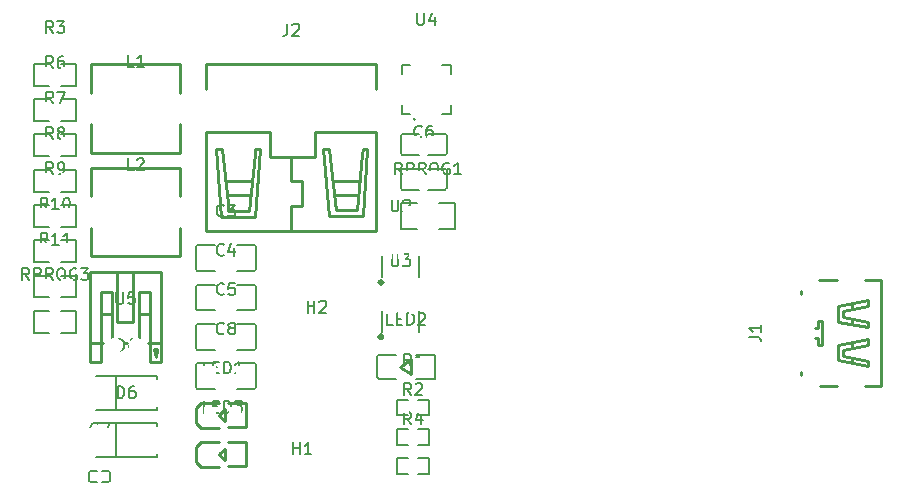
<source format=gbr>
%TF.GenerationSoftware,KiCad,Pcbnew,9.0.7*%
%TF.CreationDate,2026-01-22T13:23:29-08:00*%
%TF.ProjectId,charging-circuit,63686172-6769-46e6-972d-636972637569,rev?*%
%TF.SameCoordinates,Original*%
%TF.FileFunction,Legend,Top*%
%TF.FilePolarity,Positive*%
%FSLAX46Y46*%
G04 Gerber Fmt 4.6, Leading zero omitted, Abs format (unit mm)*
G04 Created by KiCad (PCBNEW 9.0.7) date 2026-01-22 13:23:29*
%MOMM*%
%LPD*%
G01*
G04 APERTURE LIST*
%ADD10C,0.150000*%
%ADD11C,0.250000*%
%ADD12C,0.300000*%
%ADD13R,0.810000X0.860000*%
%ADD14R,2.000000X2.000000*%
%ADD15R,1.130000X1.380000*%
%ADD16R,1.000000X1.400000*%
%ADD17R,0.530000X1.070000*%
%ADD18R,1.600000X2.200000*%
%ADD19R,1.200000X0.700000*%
%ADD20R,1.200000X0.800000*%
%ADD21O,1.900000X1.100000*%
%ADD22R,1.490000X1.730000*%
%ADD23R,1.410000X1.350000*%
%ADD24R,1.800000X1.800000*%
%ADD25C,1.800000*%
%ADD26R,1.490000X1.620000*%
%ADD27R,1.210000X1.700000*%
%ADD28C,1.520000*%
%ADD29C,3.200000*%
%ADD30C,1.400000*%
%ADD31R,0.500000X0.540000*%
%ADD32R,0.280000X0.660000*%
%ADD33R,0.660000X0.280000*%
%ADD34R,2.700000X2.700000*%
G04 APERTURE END LIST*
D10*
X103223333Y-99324819D02*
X102890000Y-98848628D01*
X102651905Y-99324819D02*
X102651905Y-98324819D01*
X102651905Y-98324819D02*
X103032857Y-98324819D01*
X103032857Y-98324819D02*
X103128095Y-98372438D01*
X103128095Y-98372438D02*
X103175714Y-98420057D01*
X103175714Y-98420057D02*
X103223333Y-98515295D01*
X103223333Y-98515295D02*
X103223333Y-98658152D01*
X103223333Y-98658152D02*
X103175714Y-98753390D01*
X103175714Y-98753390D02*
X103128095Y-98801009D01*
X103128095Y-98801009D02*
X103032857Y-98848628D01*
X103032857Y-98848628D02*
X102651905Y-98848628D01*
X104080476Y-98658152D02*
X104080476Y-99324819D01*
X103842381Y-98277200D02*
X103604286Y-98991485D01*
X103604286Y-98991485D02*
X104223333Y-98991485D01*
X78376905Y-97124819D02*
X78376905Y-96124819D01*
X78376905Y-96124819D02*
X78615000Y-96124819D01*
X78615000Y-96124819D02*
X78757857Y-96172438D01*
X78757857Y-96172438D02*
X78853095Y-96267676D01*
X78853095Y-96267676D02*
X78900714Y-96362914D01*
X78900714Y-96362914D02*
X78948333Y-96553390D01*
X78948333Y-96553390D02*
X78948333Y-96696247D01*
X78948333Y-96696247D02*
X78900714Y-96886723D01*
X78900714Y-96886723D02*
X78853095Y-96981961D01*
X78853095Y-96981961D02*
X78757857Y-97077200D01*
X78757857Y-97077200D02*
X78615000Y-97124819D01*
X78615000Y-97124819D02*
X78376905Y-97124819D01*
X79805476Y-96124819D02*
X79615000Y-96124819D01*
X79615000Y-96124819D02*
X79519762Y-96172438D01*
X79519762Y-96172438D02*
X79472143Y-96220057D01*
X79472143Y-96220057D02*
X79376905Y-96362914D01*
X79376905Y-96362914D02*
X79329286Y-96553390D01*
X79329286Y-96553390D02*
X79329286Y-96934342D01*
X79329286Y-96934342D02*
X79376905Y-97029580D01*
X79376905Y-97029580D02*
X79424524Y-97077200D01*
X79424524Y-97077200D02*
X79519762Y-97124819D01*
X79519762Y-97124819D02*
X79710238Y-97124819D01*
X79710238Y-97124819D02*
X79805476Y-97077200D01*
X79805476Y-97077200D02*
X79853095Y-97029580D01*
X79853095Y-97029580D02*
X79900714Y-96934342D01*
X79900714Y-96934342D02*
X79900714Y-96696247D01*
X79900714Y-96696247D02*
X79853095Y-96601009D01*
X79853095Y-96601009D02*
X79805476Y-96553390D01*
X79805476Y-96553390D02*
X79710238Y-96505771D01*
X79710238Y-96505771D02*
X79519762Y-96505771D01*
X79519762Y-96505771D02*
X79424524Y-96553390D01*
X79424524Y-96553390D02*
X79376905Y-96601009D01*
X79376905Y-96601009D02*
X79329286Y-96696247D01*
X72437142Y-84134819D02*
X72103809Y-83658628D01*
X71865714Y-84134819D02*
X71865714Y-83134819D01*
X71865714Y-83134819D02*
X72246666Y-83134819D01*
X72246666Y-83134819D02*
X72341904Y-83182438D01*
X72341904Y-83182438D02*
X72389523Y-83230057D01*
X72389523Y-83230057D02*
X72437142Y-83325295D01*
X72437142Y-83325295D02*
X72437142Y-83468152D01*
X72437142Y-83468152D02*
X72389523Y-83563390D01*
X72389523Y-83563390D02*
X72341904Y-83611009D01*
X72341904Y-83611009D02*
X72246666Y-83658628D01*
X72246666Y-83658628D02*
X71865714Y-83658628D01*
X73389523Y-84134819D02*
X72818095Y-84134819D01*
X73103809Y-84134819D02*
X73103809Y-83134819D01*
X73103809Y-83134819D02*
X73008571Y-83277676D01*
X73008571Y-83277676D02*
X72913333Y-83372914D01*
X72913333Y-83372914D02*
X72818095Y-83420533D01*
X74341904Y-84134819D02*
X73770476Y-84134819D01*
X74056190Y-84134819D02*
X74056190Y-83134819D01*
X74056190Y-83134819D02*
X73960952Y-83277676D01*
X73960952Y-83277676D02*
X73865714Y-83372914D01*
X73865714Y-83372914D02*
X73770476Y-83420533D01*
X72913333Y-69184819D02*
X72580000Y-68708628D01*
X72341905Y-69184819D02*
X72341905Y-68184819D01*
X72341905Y-68184819D02*
X72722857Y-68184819D01*
X72722857Y-68184819D02*
X72818095Y-68232438D01*
X72818095Y-68232438D02*
X72865714Y-68280057D01*
X72865714Y-68280057D02*
X72913333Y-68375295D01*
X72913333Y-68375295D02*
X72913333Y-68518152D01*
X72913333Y-68518152D02*
X72865714Y-68613390D01*
X72865714Y-68613390D02*
X72818095Y-68661009D01*
X72818095Y-68661009D02*
X72722857Y-68708628D01*
X72722857Y-68708628D02*
X72341905Y-68708628D01*
X73770476Y-68184819D02*
X73580000Y-68184819D01*
X73580000Y-68184819D02*
X73484762Y-68232438D01*
X73484762Y-68232438D02*
X73437143Y-68280057D01*
X73437143Y-68280057D02*
X73341905Y-68422914D01*
X73341905Y-68422914D02*
X73294286Y-68613390D01*
X73294286Y-68613390D02*
X73294286Y-68994342D01*
X73294286Y-68994342D02*
X73341905Y-69089580D01*
X73341905Y-69089580D02*
X73389524Y-69137200D01*
X73389524Y-69137200D02*
X73484762Y-69184819D01*
X73484762Y-69184819D02*
X73675238Y-69184819D01*
X73675238Y-69184819D02*
X73770476Y-69137200D01*
X73770476Y-69137200D02*
X73818095Y-69089580D01*
X73818095Y-69089580D02*
X73865714Y-68994342D01*
X73865714Y-68994342D02*
X73865714Y-68756247D01*
X73865714Y-68756247D02*
X73818095Y-68661009D01*
X73818095Y-68661009D02*
X73770476Y-68613390D01*
X73770476Y-68613390D02*
X73675238Y-68565771D01*
X73675238Y-68565771D02*
X73484762Y-68565771D01*
X73484762Y-68565771D02*
X73389524Y-68613390D01*
X73389524Y-68613390D02*
X73341905Y-68661009D01*
X73341905Y-68661009D02*
X73294286Y-68756247D01*
X86140952Y-98344819D02*
X85664762Y-98344819D01*
X85664762Y-98344819D02*
X85664762Y-97344819D01*
X86474286Y-97821009D02*
X86807619Y-97821009D01*
X86950476Y-98344819D02*
X86474286Y-98344819D01*
X86474286Y-98344819D02*
X86474286Y-97344819D01*
X86474286Y-97344819D02*
X86950476Y-97344819D01*
X87379048Y-98344819D02*
X87379048Y-97344819D01*
X87379048Y-97344819D02*
X87617143Y-97344819D01*
X87617143Y-97344819D02*
X87760000Y-97392438D01*
X87760000Y-97392438D02*
X87855238Y-97487676D01*
X87855238Y-97487676D02*
X87902857Y-97582914D01*
X87902857Y-97582914D02*
X87950476Y-97773390D01*
X87950476Y-97773390D02*
X87950476Y-97916247D01*
X87950476Y-97916247D02*
X87902857Y-98106723D01*
X87902857Y-98106723D02*
X87855238Y-98201961D01*
X87855238Y-98201961D02*
X87760000Y-98297200D01*
X87760000Y-98297200D02*
X87617143Y-98344819D01*
X87617143Y-98344819D02*
X87379048Y-98344819D01*
X88283810Y-97344819D02*
X88902857Y-97344819D01*
X88902857Y-97344819D02*
X88569524Y-97725771D01*
X88569524Y-97725771D02*
X88712381Y-97725771D01*
X88712381Y-97725771D02*
X88807619Y-97773390D01*
X88807619Y-97773390D02*
X88855238Y-97821009D01*
X88855238Y-97821009D02*
X88902857Y-97916247D01*
X88902857Y-97916247D02*
X88902857Y-98154342D01*
X88902857Y-98154342D02*
X88855238Y-98249580D01*
X88855238Y-98249580D02*
X88807619Y-98297200D01*
X88807619Y-98297200D02*
X88712381Y-98344819D01*
X88712381Y-98344819D02*
X88426667Y-98344819D01*
X88426667Y-98344819D02*
X88331429Y-98297200D01*
X88331429Y-98297200D02*
X88283810Y-98249580D01*
X101578095Y-84944819D02*
X101578095Y-85754342D01*
X101578095Y-85754342D02*
X101625714Y-85849580D01*
X101625714Y-85849580D02*
X101673333Y-85897200D01*
X101673333Y-85897200D02*
X101768571Y-85944819D01*
X101768571Y-85944819D02*
X101959047Y-85944819D01*
X101959047Y-85944819D02*
X102054285Y-85897200D01*
X102054285Y-85897200D02*
X102101904Y-85849580D01*
X102101904Y-85849580D02*
X102149523Y-85754342D01*
X102149523Y-85754342D02*
X102149523Y-84944819D01*
X102530476Y-84944819D02*
X103149523Y-84944819D01*
X103149523Y-84944819D02*
X102816190Y-85325771D01*
X102816190Y-85325771D02*
X102959047Y-85325771D01*
X102959047Y-85325771D02*
X103054285Y-85373390D01*
X103054285Y-85373390D02*
X103101904Y-85421009D01*
X103101904Y-85421009D02*
X103149523Y-85516247D01*
X103149523Y-85516247D02*
X103149523Y-85754342D01*
X103149523Y-85754342D02*
X103101904Y-85849580D01*
X103101904Y-85849580D02*
X103054285Y-85897200D01*
X103054285Y-85897200D02*
X102959047Y-85944819D01*
X102959047Y-85944819D02*
X102673333Y-85944819D01*
X102673333Y-85944819D02*
X102578095Y-85897200D01*
X102578095Y-85897200D02*
X102530476Y-85849580D01*
X78376905Y-93114819D02*
X78376905Y-92114819D01*
X78376905Y-92114819D02*
X78615000Y-92114819D01*
X78615000Y-92114819D02*
X78757857Y-92162438D01*
X78757857Y-92162438D02*
X78853095Y-92257676D01*
X78853095Y-92257676D02*
X78900714Y-92352914D01*
X78900714Y-92352914D02*
X78948333Y-92543390D01*
X78948333Y-92543390D02*
X78948333Y-92686247D01*
X78948333Y-92686247D02*
X78900714Y-92876723D01*
X78900714Y-92876723D02*
X78853095Y-92971961D01*
X78853095Y-92971961D02*
X78757857Y-93067200D01*
X78757857Y-93067200D02*
X78615000Y-93114819D01*
X78615000Y-93114819D02*
X78376905Y-93114819D01*
X79805476Y-92448152D02*
X79805476Y-93114819D01*
X79567381Y-92067200D02*
X79329286Y-92781485D01*
X79329286Y-92781485D02*
X79948333Y-92781485D01*
X79748333Y-77824819D02*
X79272143Y-77824819D01*
X79272143Y-77824819D02*
X79272143Y-76824819D01*
X80034048Y-76920057D02*
X80081667Y-76872438D01*
X80081667Y-76872438D02*
X80176905Y-76824819D01*
X80176905Y-76824819D02*
X80415000Y-76824819D01*
X80415000Y-76824819D02*
X80510238Y-76872438D01*
X80510238Y-76872438D02*
X80557857Y-76920057D01*
X80557857Y-76920057D02*
X80605476Y-77015295D01*
X80605476Y-77015295D02*
X80605476Y-77110533D01*
X80605476Y-77110533D02*
X80557857Y-77253390D01*
X80557857Y-77253390D02*
X79986429Y-77824819D01*
X79986429Y-77824819D02*
X80605476Y-77824819D01*
X72913333Y-66194819D02*
X72580000Y-65718628D01*
X72341905Y-66194819D02*
X72341905Y-65194819D01*
X72341905Y-65194819D02*
X72722857Y-65194819D01*
X72722857Y-65194819D02*
X72818095Y-65242438D01*
X72818095Y-65242438D02*
X72865714Y-65290057D01*
X72865714Y-65290057D02*
X72913333Y-65385295D01*
X72913333Y-65385295D02*
X72913333Y-65528152D01*
X72913333Y-65528152D02*
X72865714Y-65623390D01*
X72865714Y-65623390D02*
X72818095Y-65671009D01*
X72818095Y-65671009D02*
X72722857Y-65718628D01*
X72722857Y-65718628D02*
X72341905Y-65718628D01*
X73246667Y-65194819D02*
X73865714Y-65194819D01*
X73865714Y-65194819D02*
X73532381Y-65575771D01*
X73532381Y-65575771D02*
X73675238Y-65575771D01*
X73675238Y-65575771D02*
X73770476Y-65623390D01*
X73770476Y-65623390D02*
X73818095Y-65671009D01*
X73818095Y-65671009D02*
X73865714Y-65766247D01*
X73865714Y-65766247D02*
X73865714Y-66004342D01*
X73865714Y-66004342D02*
X73818095Y-66099580D01*
X73818095Y-66099580D02*
X73770476Y-66147200D01*
X73770476Y-66147200D02*
X73675238Y-66194819D01*
X73675238Y-66194819D02*
X73389524Y-66194819D01*
X73389524Y-66194819D02*
X73294286Y-66147200D01*
X73294286Y-66147200D02*
X73246667Y-66099580D01*
X86140952Y-95034819D02*
X85664762Y-95034819D01*
X85664762Y-95034819D02*
X85664762Y-94034819D01*
X86474286Y-94511009D02*
X86807619Y-94511009D01*
X86950476Y-95034819D02*
X86474286Y-95034819D01*
X86474286Y-95034819D02*
X86474286Y-94034819D01*
X86474286Y-94034819D02*
X86950476Y-94034819D01*
X87379048Y-95034819D02*
X87379048Y-94034819D01*
X87379048Y-94034819D02*
X87617143Y-94034819D01*
X87617143Y-94034819D02*
X87760000Y-94082438D01*
X87760000Y-94082438D02*
X87855238Y-94177676D01*
X87855238Y-94177676D02*
X87902857Y-94272914D01*
X87902857Y-94272914D02*
X87950476Y-94463390D01*
X87950476Y-94463390D02*
X87950476Y-94606247D01*
X87950476Y-94606247D02*
X87902857Y-94796723D01*
X87902857Y-94796723D02*
X87855238Y-94891961D01*
X87855238Y-94891961D02*
X87760000Y-94987200D01*
X87760000Y-94987200D02*
X87617143Y-95034819D01*
X87617143Y-95034819D02*
X87379048Y-95034819D01*
X88902857Y-95034819D02*
X88331429Y-95034819D01*
X88617143Y-95034819D02*
X88617143Y-94034819D01*
X88617143Y-94034819D02*
X88521905Y-94177676D01*
X88521905Y-94177676D02*
X88426667Y-94272914D01*
X88426667Y-94272914D02*
X88331429Y-94320533D01*
X131854819Y-91933333D02*
X132569104Y-91933333D01*
X132569104Y-91933333D02*
X132711961Y-91980952D01*
X132711961Y-91980952D02*
X132807200Y-92076190D01*
X132807200Y-92076190D02*
X132854819Y-92219047D01*
X132854819Y-92219047D02*
X132854819Y-92314285D01*
X132854819Y-90933333D02*
X132854819Y-91504761D01*
X132854819Y-91219047D02*
X131854819Y-91219047D01*
X131854819Y-91219047D02*
X131997676Y-91314285D01*
X131997676Y-91314285D02*
X132092914Y-91409523D01*
X132092914Y-91409523D02*
X132140533Y-91504761D01*
X103223333Y-94384819D02*
X102890000Y-93908628D01*
X102651905Y-94384819D02*
X102651905Y-93384819D01*
X102651905Y-93384819D02*
X103032857Y-93384819D01*
X103032857Y-93384819D02*
X103128095Y-93432438D01*
X103128095Y-93432438D02*
X103175714Y-93480057D01*
X103175714Y-93480057D02*
X103223333Y-93575295D01*
X103223333Y-93575295D02*
X103223333Y-93718152D01*
X103223333Y-93718152D02*
X103175714Y-93813390D01*
X103175714Y-93813390D02*
X103128095Y-93861009D01*
X103128095Y-93861009D02*
X103032857Y-93908628D01*
X103032857Y-93908628D02*
X102651905Y-93908628D01*
X104175714Y-94384819D02*
X103604286Y-94384819D01*
X103890000Y-94384819D02*
X103890000Y-93384819D01*
X103890000Y-93384819D02*
X103794762Y-93527676D01*
X103794762Y-93527676D02*
X103699524Y-93622914D01*
X103699524Y-93622914D02*
X103604286Y-93670533D01*
X87383333Y-84969580D02*
X87335714Y-85017200D01*
X87335714Y-85017200D02*
X87192857Y-85064819D01*
X87192857Y-85064819D02*
X87097619Y-85064819D01*
X87097619Y-85064819D02*
X86954762Y-85017200D01*
X86954762Y-85017200D02*
X86859524Y-84921961D01*
X86859524Y-84921961D02*
X86811905Y-84826723D01*
X86811905Y-84826723D02*
X86764286Y-84636247D01*
X86764286Y-84636247D02*
X86764286Y-84493390D01*
X86764286Y-84493390D02*
X86811905Y-84302914D01*
X86811905Y-84302914D02*
X86859524Y-84207676D01*
X86859524Y-84207676D02*
X86954762Y-84112438D01*
X86954762Y-84112438D02*
X87097619Y-84064819D01*
X87097619Y-84064819D02*
X87192857Y-84064819D01*
X87192857Y-84064819D02*
X87335714Y-84112438D01*
X87335714Y-84112438D02*
X87383333Y-84160057D01*
X88240476Y-84398152D02*
X88240476Y-85064819D01*
X88002381Y-84017200D02*
X87764286Y-84731485D01*
X87764286Y-84731485D02*
X88383333Y-84731485D01*
X104123333Y-74949580D02*
X104075714Y-74997200D01*
X104075714Y-74997200D02*
X103932857Y-75044819D01*
X103932857Y-75044819D02*
X103837619Y-75044819D01*
X103837619Y-75044819D02*
X103694762Y-74997200D01*
X103694762Y-74997200D02*
X103599524Y-74901961D01*
X103599524Y-74901961D02*
X103551905Y-74806723D01*
X103551905Y-74806723D02*
X103504286Y-74616247D01*
X103504286Y-74616247D02*
X103504286Y-74473390D01*
X103504286Y-74473390D02*
X103551905Y-74282914D01*
X103551905Y-74282914D02*
X103599524Y-74187676D01*
X103599524Y-74187676D02*
X103694762Y-74092438D01*
X103694762Y-74092438D02*
X103837619Y-74044819D01*
X103837619Y-74044819D02*
X103932857Y-74044819D01*
X103932857Y-74044819D02*
X104075714Y-74092438D01*
X104075714Y-74092438D02*
X104123333Y-74140057D01*
X104980476Y-74044819D02*
X104790000Y-74044819D01*
X104790000Y-74044819D02*
X104694762Y-74092438D01*
X104694762Y-74092438D02*
X104647143Y-74140057D01*
X104647143Y-74140057D02*
X104551905Y-74282914D01*
X104551905Y-74282914D02*
X104504286Y-74473390D01*
X104504286Y-74473390D02*
X104504286Y-74854342D01*
X104504286Y-74854342D02*
X104551905Y-74949580D01*
X104551905Y-74949580D02*
X104599524Y-74997200D01*
X104599524Y-74997200D02*
X104694762Y-75044819D01*
X104694762Y-75044819D02*
X104885238Y-75044819D01*
X104885238Y-75044819D02*
X104980476Y-74997200D01*
X104980476Y-74997200D02*
X105028095Y-74949580D01*
X105028095Y-74949580D02*
X105075714Y-74854342D01*
X105075714Y-74854342D02*
X105075714Y-74616247D01*
X105075714Y-74616247D02*
X105028095Y-74521009D01*
X105028095Y-74521009D02*
X104980476Y-74473390D01*
X104980476Y-74473390D02*
X104885238Y-74425771D01*
X104885238Y-74425771D02*
X104694762Y-74425771D01*
X104694762Y-74425771D02*
X104599524Y-74473390D01*
X104599524Y-74473390D02*
X104551905Y-74521009D01*
X104551905Y-74521009D02*
X104504286Y-74616247D01*
X72913333Y-72174819D02*
X72580000Y-71698628D01*
X72341905Y-72174819D02*
X72341905Y-71174819D01*
X72341905Y-71174819D02*
X72722857Y-71174819D01*
X72722857Y-71174819D02*
X72818095Y-71222438D01*
X72818095Y-71222438D02*
X72865714Y-71270057D01*
X72865714Y-71270057D02*
X72913333Y-71365295D01*
X72913333Y-71365295D02*
X72913333Y-71508152D01*
X72913333Y-71508152D02*
X72865714Y-71603390D01*
X72865714Y-71603390D02*
X72818095Y-71651009D01*
X72818095Y-71651009D02*
X72722857Y-71698628D01*
X72722857Y-71698628D02*
X72341905Y-71698628D01*
X73246667Y-71174819D02*
X73913333Y-71174819D01*
X73913333Y-71174819D02*
X73484762Y-72174819D01*
X72437142Y-81144819D02*
X72103809Y-80668628D01*
X71865714Y-81144819D02*
X71865714Y-80144819D01*
X71865714Y-80144819D02*
X72246666Y-80144819D01*
X72246666Y-80144819D02*
X72341904Y-80192438D01*
X72341904Y-80192438D02*
X72389523Y-80240057D01*
X72389523Y-80240057D02*
X72437142Y-80335295D01*
X72437142Y-80335295D02*
X72437142Y-80478152D01*
X72437142Y-80478152D02*
X72389523Y-80573390D01*
X72389523Y-80573390D02*
X72341904Y-80621009D01*
X72341904Y-80621009D02*
X72246666Y-80668628D01*
X72246666Y-80668628D02*
X71865714Y-80668628D01*
X73389523Y-81144819D02*
X72818095Y-81144819D01*
X73103809Y-81144819D02*
X73103809Y-80144819D01*
X73103809Y-80144819D02*
X73008571Y-80287676D01*
X73008571Y-80287676D02*
X72913333Y-80382914D01*
X72913333Y-80382914D02*
X72818095Y-80430533D01*
X74008571Y-80144819D02*
X74103809Y-80144819D01*
X74103809Y-80144819D02*
X74199047Y-80192438D01*
X74199047Y-80192438D02*
X74246666Y-80240057D01*
X74246666Y-80240057D02*
X74294285Y-80335295D01*
X74294285Y-80335295D02*
X74341904Y-80525771D01*
X74341904Y-80525771D02*
X74341904Y-80763866D01*
X74341904Y-80763866D02*
X74294285Y-80954342D01*
X74294285Y-80954342D02*
X74246666Y-81049580D01*
X74246666Y-81049580D02*
X74199047Y-81097200D01*
X74199047Y-81097200D02*
X74103809Y-81144819D01*
X74103809Y-81144819D02*
X74008571Y-81144819D01*
X74008571Y-81144819D02*
X73913333Y-81097200D01*
X73913333Y-81097200D02*
X73865714Y-81049580D01*
X73865714Y-81049580D02*
X73818095Y-80954342D01*
X73818095Y-80954342D02*
X73770476Y-80763866D01*
X73770476Y-80763866D02*
X73770476Y-80525771D01*
X73770476Y-80525771D02*
X73818095Y-80335295D01*
X73818095Y-80335295D02*
X73865714Y-80240057D01*
X73865714Y-80240057D02*
X73913333Y-80192438D01*
X73913333Y-80192438D02*
X74008571Y-80144819D01*
X94463095Y-89879819D02*
X94463095Y-88879819D01*
X94463095Y-89356009D02*
X95034523Y-89356009D01*
X95034523Y-89879819D02*
X95034523Y-88879819D01*
X95463095Y-88975057D02*
X95510714Y-88927438D01*
X95510714Y-88927438D02*
X95605952Y-88879819D01*
X95605952Y-88879819D02*
X95844047Y-88879819D01*
X95844047Y-88879819D02*
X95939285Y-88927438D01*
X95939285Y-88927438D02*
X95986904Y-88975057D01*
X95986904Y-88975057D02*
X96034523Y-89070295D01*
X96034523Y-89070295D02*
X96034523Y-89165533D01*
X96034523Y-89165533D02*
X95986904Y-89308390D01*
X95986904Y-89308390D02*
X95415476Y-89879819D01*
X95415476Y-89879819D02*
X96034523Y-89879819D01*
X87383333Y-91629580D02*
X87335714Y-91677200D01*
X87335714Y-91677200D02*
X87192857Y-91724819D01*
X87192857Y-91724819D02*
X87097619Y-91724819D01*
X87097619Y-91724819D02*
X86954762Y-91677200D01*
X86954762Y-91677200D02*
X86859524Y-91581961D01*
X86859524Y-91581961D02*
X86811905Y-91486723D01*
X86811905Y-91486723D02*
X86764286Y-91296247D01*
X86764286Y-91296247D02*
X86764286Y-91153390D01*
X86764286Y-91153390D02*
X86811905Y-90962914D01*
X86811905Y-90962914D02*
X86859524Y-90867676D01*
X86859524Y-90867676D02*
X86954762Y-90772438D01*
X86954762Y-90772438D02*
X87097619Y-90724819D01*
X87097619Y-90724819D02*
X87192857Y-90724819D01*
X87192857Y-90724819D02*
X87335714Y-90772438D01*
X87335714Y-90772438D02*
X87383333Y-90820057D01*
X87954762Y-91153390D02*
X87859524Y-91105771D01*
X87859524Y-91105771D02*
X87811905Y-91058152D01*
X87811905Y-91058152D02*
X87764286Y-90962914D01*
X87764286Y-90962914D02*
X87764286Y-90915295D01*
X87764286Y-90915295D02*
X87811905Y-90820057D01*
X87811905Y-90820057D02*
X87859524Y-90772438D01*
X87859524Y-90772438D02*
X87954762Y-90724819D01*
X87954762Y-90724819D02*
X88145238Y-90724819D01*
X88145238Y-90724819D02*
X88240476Y-90772438D01*
X88240476Y-90772438D02*
X88288095Y-90820057D01*
X88288095Y-90820057D02*
X88335714Y-90915295D01*
X88335714Y-90915295D02*
X88335714Y-90962914D01*
X88335714Y-90962914D02*
X88288095Y-91058152D01*
X88288095Y-91058152D02*
X88240476Y-91105771D01*
X88240476Y-91105771D02*
X88145238Y-91153390D01*
X88145238Y-91153390D02*
X87954762Y-91153390D01*
X87954762Y-91153390D02*
X87859524Y-91201009D01*
X87859524Y-91201009D02*
X87811905Y-91248628D01*
X87811905Y-91248628D02*
X87764286Y-91343866D01*
X87764286Y-91343866D02*
X87764286Y-91534342D01*
X87764286Y-91534342D02*
X87811905Y-91629580D01*
X87811905Y-91629580D02*
X87859524Y-91677200D01*
X87859524Y-91677200D02*
X87954762Y-91724819D01*
X87954762Y-91724819D02*
X88145238Y-91724819D01*
X88145238Y-91724819D02*
X88240476Y-91677200D01*
X88240476Y-91677200D02*
X88288095Y-91629580D01*
X88288095Y-91629580D02*
X88335714Y-91534342D01*
X88335714Y-91534342D02*
X88335714Y-91343866D01*
X88335714Y-91343866D02*
X88288095Y-91248628D01*
X88288095Y-91248628D02*
X88240476Y-91201009D01*
X88240476Y-91201009D02*
X88145238Y-91153390D01*
X101680952Y-90934819D02*
X101204762Y-90934819D01*
X101204762Y-90934819D02*
X101204762Y-89934819D01*
X102014286Y-90411009D02*
X102347619Y-90411009D01*
X102490476Y-90934819D02*
X102014286Y-90934819D01*
X102014286Y-90934819D02*
X102014286Y-89934819D01*
X102014286Y-89934819D02*
X102490476Y-89934819D01*
X102919048Y-90934819D02*
X102919048Y-89934819D01*
X102919048Y-89934819D02*
X103157143Y-89934819D01*
X103157143Y-89934819D02*
X103300000Y-89982438D01*
X103300000Y-89982438D02*
X103395238Y-90077676D01*
X103395238Y-90077676D02*
X103442857Y-90172914D01*
X103442857Y-90172914D02*
X103490476Y-90363390D01*
X103490476Y-90363390D02*
X103490476Y-90506247D01*
X103490476Y-90506247D02*
X103442857Y-90696723D01*
X103442857Y-90696723D02*
X103395238Y-90791961D01*
X103395238Y-90791961D02*
X103300000Y-90887200D01*
X103300000Y-90887200D02*
X103157143Y-90934819D01*
X103157143Y-90934819D02*
X102919048Y-90934819D01*
X103871429Y-90030057D02*
X103919048Y-89982438D01*
X103919048Y-89982438D02*
X104014286Y-89934819D01*
X104014286Y-89934819D02*
X104252381Y-89934819D01*
X104252381Y-89934819D02*
X104347619Y-89982438D01*
X104347619Y-89982438D02*
X104395238Y-90030057D01*
X104395238Y-90030057D02*
X104442857Y-90125295D01*
X104442857Y-90125295D02*
X104442857Y-90220533D01*
X104442857Y-90220533D02*
X104395238Y-90363390D01*
X104395238Y-90363390D02*
X103823810Y-90934819D01*
X103823810Y-90934819D02*
X104442857Y-90934819D01*
X79748333Y-69074819D02*
X79272143Y-69074819D01*
X79272143Y-69074819D02*
X79272143Y-68074819D01*
X80605476Y-69074819D02*
X80034048Y-69074819D01*
X80319762Y-69074819D02*
X80319762Y-68074819D01*
X80319762Y-68074819D02*
X80224524Y-68217676D01*
X80224524Y-68217676D02*
X80129286Y-68312914D01*
X80129286Y-68312914D02*
X80034048Y-68360533D01*
X101578095Y-80319819D02*
X101578095Y-81129342D01*
X101578095Y-81129342D02*
X101625714Y-81224580D01*
X101625714Y-81224580D02*
X101673333Y-81272200D01*
X101673333Y-81272200D02*
X101768571Y-81319819D01*
X101768571Y-81319819D02*
X101959047Y-81319819D01*
X101959047Y-81319819D02*
X102054285Y-81272200D01*
X102054285Y-81272200D02*
X102101904Y-81224580D01*
X102101904Y-81224580D02*
X102149523Y-81129342D01*
X102149523Y-81129342D02*
X102149523Y-80319819D01*
X102578095Y-80415057D02*
X102625714Y-80367438D01*
X102625714Y-80367438D02*
X102720952Y-80319819D01*
X102720952Y-80319819D02*
X102959047Y-80319819D01*
X102959047Y-80319819D02*
X103054285Y-80367438D01*
X103054285Y-80367438D02*
X103101904Y-80415057D01*
X103101904Y-80415057D02*
X103149523Y-80510295D01*
X103149523Y-80510295D02*
X103149523Y-80605533D01*
X103149523Y-80605533D02*
X103101904Y-80748390D01*
X103101904Y-80748390D02*
X102530476Y-81319819D01*
X102530476Y-81319819D02*
X103149523Y-81319819D01*
X70889523Y-87124819D02*
X70556190Y-86648628D01*
X70318095Y-87124819D02*
X70318095Y-86124819D01*
X70318095Y-86124819D02*
X70699047Y-86124819D01*
X70699047Y-86124819D02*
X70794285Y-86172438D01*
X70794285Y-86172438D02*
X70841904Y-86220057D01*
X70841904Y-86220057D02*
X70889523Y-86315295D01*
X70889523Y-86315295D02*
X70889523Y-86458152D01*
X70889523Y-86458152D02*
X70841904Y-86553390D01*
X70841904Y-86553390D02*
X70794285Y-86601009D01*
X70794285Y-86601009D02*
X70699047Y-86648628D01*
X70699047Y-86648628D02*
X70318095Y-86648628D01*
X71318095Y-87124819D02*
X71318095Y-86124819D01*
X71318095Y-86124819D02*
X71699047Y-86124819D01*
X71699047Y-86124819D02*
X71794285Y-86172438D01*
X71794285Y-86172438D02*
X71841904Y-86220057D01*
X71841904Y-86220057D02*
X71889523Y-86315295D01*
X71889523Y-86315295D02*
X71889523Y-86458152D01*
X71889523Y-86458152D02*
X71841904Y-86553390D01*
X71841904Y-86553390D02*
X71794285Y-86601009D01*
X71794285Y-86601009D02*
X71699047Y-86648628D01*
X71699047Y-86648628D02*
X71318095Y-86648628D01*
X72889523Y-87124819D02*
X72556190Y-86648628D01*
X72318095Y-87124819D02*
X72318095Y-86124819D01*
X72318095Y-86124819D02*
X72699047Y-86124819D01*
X72699047Y-86124819D02*
X72794285Y-86172438D01*
X72794285Y-86172438D02*
X72841904Y-86220057D01*
X72841904Y-86220057D02*
X72889523Y-86315295D01*
X72889523Y-86315295D02*
X72889523Y-86458152D01*
X72889523Y-86458152D02*
X72841904Y-86553390D01*
X72841904Y-86553390D02*
X72794285Y-86601009D01*
X72794285Y-86601009D02*
X72699047Y-86648628D01*
X72699047Y-86648628D02*
X72318095Y-86648628D01*
X73508571Y-86124819D02*
X73699047Y-86124819D01*
X73699047Y-86124819D02*
X73794285Y-86172438D01*
X73794285Y-86172438D02*
X73889523Y-86267676D01*
X73889523Y-86267676D02*
X73937142Y-86458152D01*
X73937142Y-86458152D02*
X73937142Y-86791485D01*
X73937142Y-86791485D02*
X73889523Y-86981961D01*
X73889523Y-86981961D02*
X73794285Y-87077200D01*
X73794285Y-87077200D02*
X73699047Y-87124819D01*
X73699047Y-87124819D02*
X73508571Y-87124819D01*
X73508571Y-87124819D02*
X73413333Y-87077200D01*
X73413333Y-87077200D02*
X73318095Y-86981961D01*
X73318095Y-86981961D02*
X73270476Y-86791485D01*
X73270476Y-86791485D02*
X73270476Y-86458152D01*
X73270476Y-86458152D02*
X73318095Y-86267676D01*
X73318095Y-86267676D02*
X73413333Y-86172438D01*
X73413333Y-86172438D02*
X73508571Y-86124819D01*
X74889523Y-86172438D02*
X74794285Y-86124819D01*
X74794285Y-86124819D02*
X74651428Y-86124819D01*
X74651428Y-86124819D02*
X74508571Y-86172438D01*
X74508571Y-86172438D02*
X74413333Y-86267676D01*
X74413333Y-86267676D02*
X74365714Y-86362914D01*
X74365714Y-86362914D02*
X74318095Y-86553390D01*
X74318095Y-86553390D02*
X74318095Y-86696247D01*
X74318095Y-86696247D02*
X74365714Y-86886723D01*
X74365714Y-86886723D02*
X74413333Y-86981961D01*
X74413333Y-86981961D02*
X74508571Y-87077200D01*
X74508571Y-87077200D02*
X74651428Y-87124819D01*
X74651428Y-87124819D02*
X74746666Y-87124819D01*
X74746666Y-87124819D02*
X74889523Y-87077200D01*
X74889523Y-87077200D02*
X74937142Y-87029580D01*
X74937142Y-87029580D02*
X74937142Y-86696247D01*
X74937142Y-86696247D02*
X74746666Y-86696247D01*
X75270476Y-86124819D02*
X75889523Y-86124819D01*
X75889523Y-86124819D02*
X75556190Y-86505771D01*
X75556190Y-86505771D02*
X75699047Y-86505771D01*
X75699047Y-86505771D02*
X75794285Y-86553390D01*
X75794285Y-86553390D02*
X75841904Y-86601009D01*
X75841904Y-86601009D02*
X75889523Y-86696247D01*
X75889523Y-86696247D02*
X75889523Y-86934342D01*
X75889523Y-86934342D02*
X75841904Y-87029580D01*
X75841904Y-87029580D02*
X75794285Y-87077200D01*
X75794285Y-87077200D02*
X75699047Y-87124819D01*
X75699047Y-87124819D02*
X75413333Y-87124819D01*
X75413333Y-87124819D02*
X75318095Y-87077200D01*
X75318095Y-87077200D02*
X75270476Y-87029580D01*
X102449523Y-78174819D02*
X102116190Y-77698628D01*
X101878095Y-78174819D02*
X101878095Y-77174819D01*
X101878095Y-77174819D02*
X102259047Y-77174819D01*
X102259047Y-77174819D02*
X102354285Y-77222438D01*
X102354285Y-77222438D02*
X102401904Y-77270057D01*
X102401904Y-77270057D02*
X102449523Y-77365295D01*
X102449523Y-77365295D02*
X102449523Y-77508152D01*
X102449523Y-77508152D02*
X102401904Y-77603390D01*
X102401904Y-77603390D02*
X102354285Y-77651009D01*
X102354285Y-77651009D02*
X102259047Y-77698628D01*
X102259047Y-77698628D02*
X101878095Y-77698628D01*
X102878095Y-78174819D02*
X102878095Y-77174819D01*
X102878095Y-77174819D02*
X103259047Y-77174819D01*
X103259047Y-77174819D02*
X103354285Y-77222438D01*
X103354285Y-77222438D02*
X103401904Y-77270057D01*
X103401904Y-77270057D02*
X103449523Y-77365295D01*
X103449523Y-77365295D02*
X103449523Y-77508152D01*
X103449523Y-77508152D02*
X103401904Y-77603390D01*
X103401904Y-77603390D02*
X103354285Y-77651009D01*
X103354285Y-77651009D02*
X103259047Y-77698628D01*
X103259047Y-77698628D02*
X102878095Y-77698628D01*
X104449523Y-78174819D02*
X104116190Y-77698628D01*
X103878095Y-78174819D02*
X103878095Y-77174819D01*
X103878095Y-77174819D02*
X104259047Y-77174819D01*
X104259047Y-77174819D02*
X104354285Y-77222438D01*
X104354285Y-77222438D02*
X104401904Y-77270057D01*
X104401904Y-77270057D02*
X104449523Y-77365295D01*
X104449523Y-77365295D02*
X104449523Y-77508152D01*
X104449523Y-77508152D02*
X104401904Y-77603390D01*
X104401904Y-77603390D02*
X104354285Y-77651009D01*
X104354285Y-77651009D02*
X104259047Y-77698628D01*
X104259047Y-77698628D02*
X103878095Y-77698628D01*
X105068571Y-77174819D02*
X105259047Y-77174819D01*
X105259047Y-77174819D02*
X105354285Y-77222438D01*
X105354285Y-77222438D02*
X105449523Y-77317676D01*
X105449523Y-77317676D02*
X105497142Y-77508152D01*
X105497142Y-77508152D02*
X105497142Y-77841485D01*
X105497142Y-77841485D02*
X105449523Y-78031961D01*
X105449523Y-78031961D02*
X105354285Y-78127200D01*
X105354285Y-78127200D02*
X105259047Y-78174819D01*
X105259047Y-78174819D02*
X105068571Y-78174819D01*
X105068571Y-78174819D02*
X104973333Y-78127200D01*
X104973333Y-78127200D02*
X104878095Y-78031961D01*
X104878095Y-78031961D02*
X104830476Y-77841485D01*
X104830476Y-77841485D02*
X104830476Y-77508152D01*
X104830476Y-77508152D02*
X104878095Y-77317676D01*
X104878095Y-77317676D02*
X104973333Y-77222438D01*
X104973333Y-77222438D02*
X105068571Y-77174819D01*
X106449523Y-77222438D02*
X106354285Y-77174819D01*
X106354285Y-77174819D02*
X106211428Y-77174819D01*
X106211428Y-77174819D02*
X106068571Y-77222438D01*
X106068571Y-77222438D02*
X105973333Y-77317676D01*
X105973333Y-77317676D02*
X105925714Y-77412914D01*
X105925714Y-77412914D02*
X105878095Y-77603390D01*
X105878095Y-77603390D02*
X105878095Y-77746247D01*
X105878095Y-77746247D02*
X105925714Y-77936723D01*
X105925714Y-77936723D02*
X105973333Y-78031961D01*
X105973333Y-78031961D02*
X106068571Y-78127200D01*
X106068571Y-78127200D02*
X106211428Y-78174819D01*
X106211428Y-78174819D02*
X106306666Y-78174819D01*
X106306666Y-78174819D02*
X106449523Y-78127200D01*
X106449523Y-78127200D02*
X106497142Y-78079580D01*
X106497142Y-78079580D02*
X106497142Y-77746247D01*
X106497142Y-77746247D02*
X106306666Y-77746247D01*
X107449523Y-78174819D02*
X106878095Y-78174819D01*
X107163809Y-78174819D02*
X107163809Y-77174819D01*
X107163809Y-77174819D02*
X107068571Y-77317676D01*
X107068571Y-77317676D02*
X106973333Y-77412914D01*
X106973333Y-77412914D02*
X106878095Y-77460533D01*
X72913333Y-78154819D02*
X72580000Y-77678628D01*
X72341905Y-78154819D02*
X72341905Y-77154819D01*
X72341905Y-77154819D02*
X72722857Y-77154819D01*
X72722857Y-77154819D02*
X72818095Y-77202438D01*
X72818095Y-77202438D02*
X72865714Y-77250057D01*
X72865714Y-77250057D02*
X72913333Y-77345295D01*
X72913333Y-77345295D02*
X72913333Y-77488152D01*
X72913333Y-77488152D02*
X72865714Y-77583390D01*
X72865714Y-77583390D02*
X72818095Y-77631009D01*
X72818095Y-77631009D02*
X72722857Y-77678628D01*
X72722857Y-77678628D02*
X72341905Y-77678628D01*
X73389524Y-78154819D02*
X73580000Y-78154819D01*
X73580000Y-78154819D02*
X73675238Y-78107200D01*
X73675238Y-78107200D02*
X73722857Y-78059580D01*
X73722857Y-78059580D02*
X73818095Y-77916723D01*
X73818095Y-77916723D02*
X73865714Y-77726247D01*
X73865714Y-77726247D02*
X73865714Y-77345295D01*
X73865714Y-77345295D02*
X73818095Y-77250057D01*
X73818095Y-77250057D02*
X73770476Y-77202438D01*
X73770476Y-77202438D02*
X73675238Y-77154819D01*
X73675238Y-77154819D02*
X73484762Y-77154819D01*
X73484762Y-77154819D02*
X73389524Y-77202438D01*
X73389524Y-77202438D02*
X73341905Y-77250057D01*
X73341905Y-77250057D02*
X73294286Y-77345295D01*
X73294286Y-77345295D02*
X73294286Y-77583390D01*
X73294286Y-77583390D02*
X73341905Y-77678628D01*
X73341905Y-77678628D02*
X73389524Y-77726247D01*
X73389524Y-77726247D02*
X73484762Y-77773866D01*
X73484762Y-77773866D02*
X73675238Y-77773866D01*
X73675238Y-77773866D02*
X73770476Y-77726247D01*
X73770476Y-77726247D02*
X73818095Y-77678628D01*
X73818095Y-77678628D02*
X73865714Y-77583390D01*
X103223333Y-96854819D02*
X102890000Y-96378628D01*
X102651905Y-96854819D02*
X102651905Y-95854819D01*
X102651905Y-95854819D02*
X103032857Y-95854819D01*
X103032857Y-95854819D02*
X103128095Y-95902438D01*
X103128095Y-95902438D02*
X103175714Y-95950057D01*
X103175714Y-95950057D02*
X103223333Y-96045295D01*
X103223333Y-96045295D02*
X103223333Y-96188152D01*
X103223333Y-96188152D02*
X103175714Y-96283390D01*
X103175714Y-96283390D02*
X103128095Y-96331009D01*
X103128095Y-96331009D02*
X103032857Y-96378628D01*
X103032857Y-96378628D02*
X102651905Y-96378628D01*
X103604286Y-95950057D02*
X103651905Y-95902438D01*
X103651905Y-95902438D02*
X103747143Y-95854819D01*
X103747143Y-95854819D02*
X103985238Y-95854819D01*
X103985238Y-95854819D02*
X104080476Y-95902438D01*
X104080476Y-95902438D02*
X104128095Y-95950057D01*
X104128095Y-95950057D02*
X104175714Y-96045295D01*
X104175714Y-96045295D02*
X104175714Y-96140533D01*
X104175714Y-96140533D02*
X104128095Y-96283390D01*
X104128095Y-96283390D02*
X103556667Y-96854819D01*
X103556667Y-96854819D02*
X104175714Y-96854819D01*
X87383333Y-88299580D02*
X87335714Y-88347200D01*
X87335714Y-88347200D02*
X87192857Y-88394819D01*
X87192857Y-88394819D02*
X87097619Y-88394819D01*
X87097619Y-88394819D02*
X86954762Y-88347200D01*
X86954762Y-88347200D02*
X86859524Y-88251961D01*
X86859524Y-88251961D02*
X86811905Y-88156723D01*
X86811905Y-88156723D02*
X86764286Y-87966247D01*
X86764286Y-87966247D02*
X86764286Y-87823390D01*
X86764286Y-87823390D02*
X86811905Y-87632914D01*
X86811905Y-87632914D02*
X86859524Y-87537676D01*
X86859524Y-87537676D02*
X86954762Y-87442438D01*
X86954762Y-87442438D02*
X87097619Y-87394819D01*
X87097619Y-87394819D02*
X87192857Y-87394819D01*
X87192857Y-87394819D02*
X87335714Y-87442438D01*
X87335714Y-87442438D02*
X87383333Y-87490057D01*
X88288095Y-87394819D02*
X87811905Y-87394819D01*
X87811905Y-87394819D02*
X87764286Y-87871009D01*
X87764286Y-87871009D02*
X87811905Y-87823390D01*
X87811905Y-87823390D02*
X87907143Y-87775771D01*
X87907143Y-87775771D02*
X88145238Y-87775771D01*
X88145238Y-87775771D02*
X88240476Y-87823390D01*
X88240476Y-87823390D02*
X88288095Y-87871009D01*
X88288095Y-87871009D02*
X88335714Y-87966247D01*
X88335714Y-87966247D02*
X88335714Y-88204342D01*
X88335714Y-88204342D02*
X88288095Y-88299580D01*
X88288095Y-88299580D02*
X88240476Y-88347200D01*
X88240476Y-88347200D02*
X88145238Y-88394819D01*
X88145238Y-88394819D02*
X87907143Y-88394819D01*
X87907143Y-88394819D02*
X87811905Y-88347200D01*
X87811905Y-88347200D02*
X87764286Y-88299580D01*
X104123333Y-71999580D02*
X104075714Y-72047200D01*
X104075714Y-72047200D02*
X103932857Y-72094819D01*
X103932857Y-72094819D02*
X103837619Y-72094819D01*
X103837619Y-72094819D02*
X103694762Y-72047200D01*
X103694762Y-72047200D02*
X103599524Y-71951961D01*
X103599524Y-71951961D02*
X103551905Y-71856723D01*
X103551905Y-71856723D02*
X103504286Y-71666247D01*
X103504286Y-71666247D02*
X103504286Y-71523390D01*
X103504286Y-71523390D02*
X103551905Y-71332914D01*
X103551905Y-71332914D02*
X103599524Y-71237676D01*
X103599524Y-71237676D02*
X103694762Y-71142438D01*
X103694762Y-71142438D02*
X103837619Y-71094819D01*
X103837619Y-71094819D02*
X103932857Y-71094819D01*
X103932857Y-71094819D02*
X104075714Y-71142438D01*
X104075714Y-71142438D02*
X104123333Y-71190057D01*
X104504286Y-71190057D02*
X104551905Y-71142438D01*
X104551905Y-71142438D02*
X104647143Y-71094819D01*
X104647143Y-71094819D02*
X104885238Y-71094819D01*
X104885238Y-71094819D02*
X104980476Y-71142438D01*
X104980476Y-71142438D02*
X105028095Y-71190057D01*
X105028095Y-71190057D02*
X105075714Y-71285295D01*
X105075714Y-71285295D02*
X105075714Y-71380533D01*
X105075714Y-71380533D02*
X105028095Y-71523390D01*
X105028095Y-71523390D02*
X104456667Y-72094819D01*
X104456667Y-72094819D02*
X105075714Y-72094819D01*
X87383333Y-81639580D02*
X87335714Y-81687200D01*
X87335714Y-81687200D02*
X87192857Y-81734819D01*
X87192857Y-81734819D02*
X87097619Y-81734819D01*
X87097619Y-81734819D02*
X86954762Y-81687200D01*
X86954762Y-81687200D02*
X86859524Y-81591961D01*
X86859524Y-81591961D02*
X86811905Y-81496723D01*
X86811905Y-81496723D02*
X86764286Y-81306247D01*
X86764286Y-81306247D02*
X86764286Y-81163390D01*
X86764286Y-81163390D02*
X86811905Y-80972914D01*
X86811905Y-80972914D02*
X86859524Y-80877676D01*
X86859524Y-80877676D02*
X86954762Y-80782438D01*
X86954762Y-80782438D02*
X87097619Y-80734819D01*
X87097619Y-80734819D02*
X87192857Y-80734819D01*
X87192857Y-80734819D02*
X87335714Y-80782438D01*
X87335714Y-80782438D02*
X87383333Y-80830057D01*
X87716667Y-80734819D02*
X88335714Y-80734819D01*
X88335714Y-80734819D02*
X88002381Y-81115771D01*
X88002381Y-81115771D02*
X88145238Y-81115771D01*
X88145238Y-81115771D02*
X88240476Y-81163390D01*
X88240476Y-81163390D02*
X88288095Y-81211009D01*
X88288095Y-81211009D02*
X88335714Y-81306247D01*
X88335714Y-81306247D02*
X88335714Y-81544342D01*
X88335714Y-81544342D02*
X88288095Y-81639580D01*
X88288095Y-81639580D02*
X88240476Y-81687200D01*
X88240476Y-81687200D02*
X88145238Y-81734819D01*
X88145238Y-81734819D02*
X87859524Y-81734819D01*
X87859524Y-81734819D02*
X87764286Y-81687200D01*
X87764286Y-81687200D02*
X87716667Y-81639580D01*
X92751666Y-65434819D02*
X92751666Y-66149104D01*
X92751666Y-66149104D02*
X92704047Y-66291961D01*
X92704047Y-66291961D02*
X92608809Y-66387200D01*
X92608809Y-66387200D02*
X92465952Y-66434819D01*
X92465952Y-66434819D02*
X92370714Y-66434819D01*
X93180238Y-65530057D02*
X93227857Y-65482438D01*
X93227857Y-65482438D02*
X93323095Y-65434819D01*
X93323095Y-65434819D02*
X93561190Y-65434819D01*
X93561190Y-65434819D02*
X93656428Y-65482438D01*
X93656428Y-65482438D02*
X93704047Y-65530057D01*
X93704047Y-65530057D02*
X93751666Y-65625295D01*
X93751666Y-65625295D02*
X93751666Y-65720533D01*
X93751666Y-65720533D02*
X93704047Y-65863390D01*
X93704047Y-65863390D02*
X93132619Y-66434819D01*
X93132619Y-66434819D02*
X93751666Y-66434819D01*
X93218095Y-101864819D02*
X93218095Y-100864819D01*
X93218095Y-101341009D02*
X93789523Y-101341009D01*
X93789523Y-101864819D02*
X93789523Y-100864819D01*
X94789523Y-101864819D02*
X94218095Y-101864819D01*
X94503809Y-101864819D02*
X94503809Y-100864819D01*
X94503809Y-100864819D02*
X94408571Y-101007676D01*
X94408571Y-101007676D02*
X94313333Y-101102914D01*
X94313333Y-101102914D02*
X94218095Y-101150533D01*
X78278095Y-88139819D02*
X78278095Y-88949342D01*
X78278095Y-88949342D02*
X78325714Y-89044580D01*
X78325714Y-89044580D02*
X78373333Y-89092200D01*
X78373333Y-89092200D02*
X78468571Y-89139819D01*
X78468571Y-89139819D02*
X78659047Y-89139819D01*
X78659047Y-89139819D02*
X78754285Y-89092200D01*
X78754285Y-89092200D02*
X78801904Y-89044580D01*
X78801904Y-89044580D02*
X78849523Y-88949342D01*
X78849523Y-88949342D02*
X78849523Y-88139819D01*
X79801904Y-88139819D02*
X79325714Y-88139819D01*
X79325714Y-88139819D02*
X79278095Y-88616009D01*
X79278095Y-88616009D02*
X79325714Y-88568390D01*
X79325714Y-88568390D02*
X79420952Y-88520771D01*
X79420952Y-88520771D02*
X79659047Y-88520771D01*
X79659047Y-88520771D02*
X79754285Y-88568390D01*
X79754285Y-88568390D02*
X79801904Y-88616009D01*
X79801904Y-88616009D02*
X79849523Y-88711247D01*
X79849523Y-88711247D02*
X79849523Y-88949342D01*
X79849523Y-88949342D02*
X79801904Y-89044580D01*
X79801904Y-89044580D02*
X79754285Y-89092200D01*
X79754285Y-89092200D02*
X79659047Y-89139819D01*
X79659047Y-89139819D02*
X79420952Y-89139819D01*
X79420952Y-89139819D02*
X79325714Y-89092200D01*
X79325714Y-89092200D02*
X79278095Y-89044580D01*
X76693333Y-100109580D02*
X76645714Y-100157200D01*
X76645714Y-100157200D02*
X76502857Y-100204819D01*
X76502857Y-100204819D02*
X76407619Y-100204819D01*
X76407619Y-100204819D02*
X76264762Y-100157200D01*
X76264762Y-100157200D02*
X76169524Y-100061961D01*
X76169524Y-100061961D02*
X76121905Y-99966723D01*
X76121905Y-99966723D02*
X76074286Y-99776247D01*
X76074286Y-99776247D02*
X76074286Y-99633390D01*
X76074286Y-99633390D02*
X76121905Y-99442914D01*
X76121905Y-99442914D02*
X76169524Y-99347676D01*
X76169524Y-99347676D02*
X76264762Y-99252438D01*
X76264762Y-99252438D02*
X76407619Y-99204819D01*
X76407619Y-99204819D02*
X76502857Y-99204819D01*
X76502857Y-99204819D02*
X76645714Y-99252438D01*
X76645714Y-99252438D02*
X76693333Y-99300057D01*
X77026667Y-99204819D02*
X77693333Y-99204819D01*
X77693333Y-99204819D02*
X77264762Y-100204819D01*
X72913333Y-75164819D02*
X72580000Y-74688628D01*
X72341905Y-75164819D02*
X72341905Y-74164819D01*
X72341905Y-74164819D02*
X72722857Y-74164819D01*
X72722857Y-74164819D02*
X72818095Y-74212438D01*
X72818095Y-74212438D02*
X72865714Y-74260057D01*
X72865714Y-74260057D02*
X72913333Y-74355295D01*
X72913333Y-74355295D02*
X72913333Y-74498152D01*
X72913333Y-74498152D02*
X72865714Y-74593390D01*
X72865714Y-74593390D02*
X72818095Y-74641009D01*
X72818095Y-74641009D02*
X72722857Y-74688628D01*
X72722857Y-74688628D02*
X72341905Y-74688628D01*
X73484762Y-74593390D02*
X73389524Y-74545771D01*
X73389524Y-74545771D02*
X73341905Y-74498152D01*
X73341905Y-74498152D02*
X73294286Y-74402914D01*
X73294286Y-74402914D02*
X73294286Y-74355295D01*
X73294286Y-74355295D02*
X73341905Y-74260057D01*
X73341905Y-74260057D02*
X73389524Y-74212438D01*
X73389524Y-74212438D02*
X73484762Y-74164819D01*
X73484762Y-74164819D02*
X73675238Y-74164819D01*
X73675238Y-74164819D02*
X73770476Y-74212438D01*
X73770476Y-74212438D02*
X73818095Y-74260057D01*
X73818095Y-74260057D02*
X73865714Y-74355295D01*
X73865714Y-74355295D02*
X73865714Y-74402914D01*
X73865714Y-74402914D02*
X73818095Y-74498152D01*
X73818095Y-74498152D02*
X73770476Y-74545771D01*
X73770476Y-74545771D02*
X73675238Y-74593390D01*
X73675238Y-74593390D02*
X73484762Y-74593390D01*
X73484762Y-74593390D02*
X73389524Y-74641009D01*
X73389524Y-74641009D02*
X73341905Y-74688628D01*
X73341905Y-74688628D02*
X73294286Y-74783866D01*
X73294286Y-74783866D02*
X73294286Y-74974342D01*
X73294286Y-74974342D02*
X73341905Y-75069580D01*
X73341905Y-75069580D02*
X73389524Y-75117200D01*
X73389524Y-75117200D02*
X73484762Y-75164819D01*
X73484762Y-75164819D02*
X73675238Y-75164819D01*
X73675238Y-75164819D02*
X73770476Y-75117200D01*
X73770476Y-75117200D02*
X73818095Y-75069580D01*
X73818095Y-75069580D02*
X73865714Y-74974342D01*
X73865714Y-74974342D02*
X73865714Y-74783866D01*
X73865714Y-74783866D02*
X73818095Y-74688628D01*
X73818095Y-74688628D02*
X73770476Y-74641009D01*
X73770476Y-74641009D02*
X73675238Y-74593390D01*
X103733095Y-64529819D02*
X103733095Y-65339342D01*
X103733095Y-65339342D02*
X103780714Y-65434580D01*
X103780714Y-65434580D02*
X103828333Y-65482200D01*
X103828333Y-65482200D02*
X103923571Y-65529819D01*
X103923571Y-65529819D02*
X104114047Y-65529819D01*
X104114047Y-65529819D02*
X104209285Y-65482200D01*
X104209285Y-65482200D02*
X104256904Y-65434580D01*
X104256904Y-65434580D02*
X104304523Y-65339342D01*
X104304523Y-65339342D02*
X104304523Y-64529819D01*
X105209285Y-64863152D02*
X105209285Y-65529819D01*
X104971190Y-64482200D02*
X104733095Y-65196485D01*
X104733095Y-65196485D02*
X105352142Y-65196485D01*
%TO.C,R4*%
X102000000Y-102210000D02*
X102960000Y-102210000D01*
X102000000Y-103530000D02*
X102000000Y-102210000D01*
X102960000Y-103530000D02*
X102000000Y-103530000D01*
X103820000Y-103530000D02*
X104780000Y-103530000D01*
X104780000Y-102210000D02*
X103820000Y-102210000D01*
X104780000Y-103530000D02*
X104780000Y-102210000D01*
%TO.C,D6*%
X76515000Y-99240000D02*
X81715000Y-99240000D01*
X76515000Y-102100000D02*
X81715000Y-102100000D01*
X78235000Y-99240000D02*
X78235000Y-102100000D01*
X81705000Y-101850000D02*
X81715000Y-102080000D01*
X81715000Y-99240000D02*
X81715000Y-99480000D01*
%TO.C,R11*%
X71320000Y-86760000D02*
X72600000Y-86760000D01*
X71320000Y-88600000D02*
X71320000Y-86760000D01*
X72600000Y-88600000D02*
X71320000Y-88600000D01*
X73560000Y-88600000D02*
X74840000Y-88600000D01*
X74840000Y-86760000D02*
X73560000Y-86760000D01*
X74840000Y-88600000D02*
X74840000Y-86760000D01*
%TO.C,R6*%
X71320000Y-71810000D02*
X72600000Y-71810000D01*
X71320000Y-73650000D02*
X71320000Y-71810000D01*
X72600000Y-73650000D02*
X71320000Y-73650000D01*
X73560000Y-73650000D02*
X74840000Y-73650000D01*
X74840000Y-71810000D02*
X73560000Y-71810000D01*
X74840000Y-73650000D02*
X74840000Y-71810000D01*
D11*
%TO.C,LED3*%
X85040000Y-101250000D02*
X85420000Y-100870000D01*
X85040000Y-102520000D02*
X85040000Y-101250000D01*
X85420000Y-100870000D02*
X86940000Y-100870000D01*
X85450000Y-102930000D02*
X85040000Y-102520000D01*
X86920000Y-102930000D02*
X85450000Y-102930000D01*
X86960000Y-101890000D02*
X87060000Y-101990000D01*
X87060000Y-101790000D02*
X86960000Y-101890000D01*
X87060000Y-101990000D02*
X87460000Y-102390000D01*
X87460000Y-101390000D02*
X87060000Y-101790000D01*
X87460000Y-101390000D02*
X87460000Y-102390000D01*
X87710000Y-102910000D02*
X89260000Y-102910000D01*
X89260000Y-100870000D02*
X87710000Y-100870000D01*
X89260000Y-102910000D02*
X89260000Y-100870000D01*
D10*
%TO.C,U3*%
X100800000Y-91530000D02*
X100800000Y-89750000D01*
X103880000Y-91530000D02*
X103880000Y-89750000D01*
D12*
X100820000Y-91940000D02*
G75*
G02*
X100520000Y-91940000I-150000J0D01*
G01*
X100520000Y-91940000D02*
G75*
G02*
X100820000Y-91940000I150000J0D01*
G01*
D10*
%TO.C,D4*%
X76515000Y-95230000D02*
X81715000Y-95230000D01*
X76515000Y-98090000D02*
X81715000Y-98090000D01*
X78235000Y-95230000D02*
X78235000Y-98090000D01*
X81705000Y-97840000D02*
X81715000Y-98070000D01*
X81715000Y-95230000D02*
X81715000Y-95470000D01*
D11*
%TO.C,L2*%
X76165000Y-77620000D02*
X76165000Y-80040000D01*
X76165000Y-77620000D02*
X83665000Y-77620000D01*
X76165000Y-82700000D02*
X76165000Y-85120000D01*
X83665000Y-80040000D02*
X83665000Y-77620000D01*
X83665000Y-85120000D02*
X76165000Y-85120000D01*
X83665000Y-85120000D02*
X83665000Y-82700000D01*
D10*
%TO.C,R3*%
X71320000Y-68820000D02*
X72600000Y-68820000D01*
X71320000Y-70660000D02*
X71320000Y-68820000D01*
X72600000Y-70660000D02*
X71320000Y-70660000D01*
X73560000Y-70660000D02*
X74840000Y-70660000D01*
X74840000Y-68820000D02*
X73560000Y-68820000D01*
X74840000Y-70660000D02*
X74840000Y-68820000D01*
D11*
%TO.C,LED1*%
X85040000Y-97940000D02*
X85420000Y-97560000D01*
X85040000Y-99210000D02*
X85040000Y-97940000D01*
X85420000Y-97560000D02*
X86940000Y-97560000D01*
X85450000Y-99620000D02*
X85040000Y-99210000D01*
X86920000Y-99620000D02*
X85450000Y-99620000D01*
X86960000Y-98580000D02*
X87060000Y-98680000D01*
X87060000Y-98480000D02*
X86960000Y-98580000D01*
X87060000Y-98680000D02*
X87460000Y-99080000D01*
X87460000Y-98080000D02*
X87060000Y-98480000D01*
X87460000Y-98080000D02*
X87460000Y-99080000D01*
X87710000Y-99600000D02*
X89260000Y-99600000D01*
X89260000Y-97560000D02*
X87710000Y-97560000D01*
X89260000Y-99600000D02*
X89260000Y-97560000D01*
%TO.C,J1*%
X136250000Y-88270000D02*
X136250000Y-88060000D01*
X136250000Y-95140000D02*
X136250000Y-94930000D01*
X137650000Y-90600000D02*
X137650000Y-91200000D01*
X137650000Y-91200000D02*
X137450000Y-91200000D01*
X137650000Y-92000000D02*
X137450000Y-92000000D01*
X137650000Y-92600000D02*
X137650000Y-92000000D01*
X137850000Y-96100000D02*
X137810000Y-96100000D01*
X137850000Y-96100000D02*
X139290000Y-96100000D01*
X138050000Y-90600000D02*
X137650000Y-90600000D01*
X138050000Y-92600000D02*
X137650000Y-92600000D01*
X138050000Y-92610000D02*
X138050000Y-90590000D01*
X139250000Y-87100000D02*
X137800000Y-87100000D01*
X139380000Y-89340000D02*
X141880000Y-88840000D01*
X139380000Y-90640000D02*
X139380000Y-89340000D01*
X139380000Y-92620000D02*
X141880000Y-92120000D01*
X139380000Y-93920000D02*
X139380000Y-92620000D01*
X139780000Y-89740000D02*
X139780000Y-90260000D01*
X139780000Y-90260000D02*
X141880000Y-90670000D01*
X139780000Y-93010000D02*
X139780000Y-93540000D01*
X139780000Y-93540000D02*
X141880000Y-93940000D01*
X140580000Y-89540000D02*
X140580000Y-89140000D01*
X140580000Y-90840000D02*
X140580000Y-90440000D01*
X140580000Y-92820000D02*
X140580000Y-92420000D01*
X140580000Y-94120000D02*
X140580000Y-93720000D01*
X141630000Y-96100000D02*
X143050000Y-96100000D01*
X141650000Y-96100000D02*
X141630000Y-96100000D01*
X141880000Y-88840000D02*
X141880000Y-89340000D01*
X141880000Y-89340000D02*
X139780000Y-89740000D01*
X141880000Y-90670000D02*
X141880000Y-91140000D01*
X141880000Y-91140000D02*
X139380000Y-90640000D01*
X141880000Y-92120000D02*
X141880000Y-92610000D01*
X141880000Y-92610000D02*
X139780000Y-93010000D01*
X141880000Y-93940000D02*
X141880000Y-94420000D01*
X141880000Y-94420000D02*
X139380000Y-93920000D01*
X143050000Y-87100000D02*
X141650000Y-87100000D01*
X143050000Y-96100000D02*
X143050000Y-87100000D01*
D10*
%TO.C,R1*%
X102000000Y-97270000D02*
X102960000Y-97270000D01*
X102000000Y-98590000D02*
X102000000Y-97270000D01*
X102960000Y-98590000D02*
X102000000Y-98590000D01*
X103820000Y-98590000D02*
X104780000Y-98590000D01*
X104780000Y-97270000D02*
X103820000Y-97270000D01*
X104780000Y-98590000D02*
X104780000Y-97270000D01*
%TO.C,C4*%
X84990000Y-89550000D02*
X84990000Y-87670000D01*
X85140000Y-87520000D02*
X86620000Y-87520000D01*
X86620000Y-89700000D02*
X85140000Y-89700000D01*
X88480000Y-89700000D02*
X89960000Y-89700000D01*
X89960000Y-87520000D02*
X88480000Y-87520000D01*
X90110000Y-89550000D02*
X90110000Y-87670000D01*
X84990000Y-87670000D02*
G75*
G02*
X85140000Y-87520000I150000J0D01*
G01*
X85140000Y-89700000D02*
G75*
G02*
X84990000Y-89550000I0J150000D01*
G01*
X89960000Y-87520000D02*
G75*
G02*
X90110000Y-87670000I0J-150000D01*
G01*
X90110000Y-89550000D02*
G75*
G02*
X89960000Y-89700000I-150000J0D01*
G01*
%TO.C,C6*%
X102330000Y-79340000D02*
X102330000Y-77840000D01*
X102480000Y-77690000D02*
X103890000Y-77690000D01*
X103890000Y-79490000D02*
X102480000Y-79490000D01*
X104690000Y-79490000D02*
X106100000Y-79490000D01*
X106100000Y-77690000D02*
X104690000Y-77690000D01*
X106250000Y-79340000D02*
X106250000Y-77840000D01*
X102330000Y-77840000D02*
G75*
G02*
X102480000Y-77690000I150000J0D01*
G01*
X102480000Y-79490000D02*
G75*
G02*
X102330000Y-79340000I0J150000D01*
G01*
X106100000Y-77690000D02*
G75*
G02*
X106250000Y-77840000I0J-150000D01*
G01*
X106250000Y-79340000D02*
G75*
G02*
X106100000Y-79490000I-150000J0D01*
G01*
%TO.C,R7*%
X71320000Y-74800000D02*
X72600000Y-74800000D01*
X71320000Y-76640000D02*
X71320000Y-74800000D01*
X72600000Y-76640000D02*
X71320000Y-76640000D01*
X73560000Y-76640000D02*
X74840000Y-76640000D01*
X74840000Y-74800000D02*
X73560000Y-74800000D01*
X74840000Y-76640000D02*
X74840000Y-74800000D01*
%TO.C,R10*%
X71320000Y-83770000D02*
X72600000Y-83770000D01*
X71320000Y-85610000D02*
X71320000Y-83770000D01*
X72600000Y-85610000D02*
X71320000Y-85610000D01*
X73560000Y-85610000D02*
X74840000Y-85610000D01*
X74840000Y-83770000D02*
X73560000Y-83770000D01*
X74840000Y-85610000D02*
X74840000Y-83770000D01*
%TO.C,C8*%
X84990000Y-96210000D02*
X84990000Y-94330000D01*
X85140000Y-94180000D02*
X86620000Y-94180000D01*
X86620000Y-96360000D02*
X85140000Y-96360000D01*
X88480000Y-96360000D02*
X89960000Y-96360000D01*
X89960000Y-94180000D02*
X88480000Y-94180000D01*
X90110000Y-96210000D02*
X90110000Y-94330000D01*
X84990000Y-94330000D02*
G75*
G02*
X85140000Y-94180000I150000J0D01*
G01*
X85140000Y-96360000D02*
G75*
G02*
X84990000Y-96210000I0J150000D01*
G01*
X89960000Y-94180000D02*
G75*
G02*
X90110000Y-94330000I0J-150000D01*
G01*
X90110000Y-96210000D02*
G75*
G02*
X89960000Y-96360000I-150000J0D01*
G01*
%TO.C,LED2*%
X100340000Y-93590000D02*
X100490000Y-93440000D01*
X100340000Y-95370000D02*
X100340000Y-93590000D01*
X100490000Y-93440000D02*
X101970000Y-93440000D01*
X100490000Y-95520000D02*
X100340000Y-95370000D01*
X101970000Y-95520000D02*
X100490000Y-95520000D01*
D11*
X102290000Y-94480000D02*
X103180000Y-95110000D01*
X103180000Y-93850000D02*
X102290000Y-94480000D01*
X103180000Y-93850000D02*
X103180000Y-95110000D01*
X103180000Y-95110000D02*
X103180000Y-93850000D01*
D10*
X103630000Y-95520000D02*
X105260000Y-95520000D01*
X105260000Y-93440000D02*
X103630000Y-93440000D01*
X105260000Y-95520000D02*
X105260000Y-93440000D01*
D11*
%TO.C,L1*%
X76165000Y-68870000D02*
X76165000Y-71290000D01*
X76165000Y-68870000D02*
X83665000Y-68870000D01*
X76165000Y-73950000D02*
X76165000Y-76370000D01*
X83665000Y-71290000D02*
X83665000Y-68870000D01*
X83665000Y-76370000D02*
X76165000Y-76370000D01*
X83665000Y-76370000D02*
X83665000Y-73950000D01*
D10*
%TO.C,U2*%
X100800000Y-86905000D02*
X100800000Y-85125000D01*
X103880000Y-86905000D02*
X103880000Y-85125000D01*
D12*
X100820000Y-87315000D02*
G75*
G02*
X100520000Y-87315000I-150000J0D01*
G01*
X100520000Y-87315000D02*
G75*
G02*
X100820000Y-87315000I150000J0D01*
G01*
D10*
%TO.C,RPROG3*%
X71320000Y-89750000D02*
X72600000Y-89750000D01*
X71320000Y-91590000D02*
X71320000Y-89750000D01*
X72600000Y-91590000D02*
X71320000Y-91590000D01*
X73560000Y-91590000D02*
X74840000Y-91590000D01*
X74840000Y-89750000D02*
X73560000Y-89750000D01*
X74840000Y-91590000D02*
X74840000Y-89750000D01*
%TO.C,RPROG1*%
X102330000Y-80640000D02*
X103690000Y-80640000D01*
X102330000Y-82800000D02*
X102330000Y-80640000D01*
X103690000Y-82800000D02*
X102330000Y-82800000D01*
X105590000Y-82800000D02*
X106950000Y-82800000D01*
X106950000Y-80640000D02*
X105590000Y-80640000D01*
X106950000Y-82800000D02*
X106950000Y-80640000D01*
%TO.C,R9*%
X71320000Y-80780000D02*
X72600000Y-80780000D01*
X71320000Y-82620000D02*
X71320000Y-80780000D01*
X72600000Y-82620000D02*
X71320000Y-82620000D01*
X73560000Y-82620000D02*
X74840000Y-82620000D01*
X74840000Y-80780000D02*
X73560000Y-80780000D01*
X74840000Y-82620000D02*
X74840000Y-80780000D01*
%TO.C,R2*%
X102000000Y-99740000D02*
X102960000Y-99740000D01*
X102000000Y-101060000D02*
X102000000Y-99740000D01*
X102960000Y-101060000D02*
X102000000Y-101060000D01*
X103820000Y-101060000D02*
X104780000Y-101060000D01*
X104780000Y-99740000D02*
X103820000Y-99740000D01*
X104780000Y-101060000D02*
X104780000Y-99740000D01*
%TO.C,C5*%
X84990000Y-92880000D02*
X84990000Y-91000000D01*
X85140000Y-90850000D02*
X86620000Y-90850000D01*
X86620000Y-93030000D02*
X85140000Y-93030000D01*
X88480000Y-93030000D02*
X89960000Y-93030000D01*
X89960000Y-90850000D02*
X88480000Y-90850000D01*
X90110000Y-92880000D02*
X90110000Y-91000000D01*
X84990000Y-91000000D02*
G75*
G02*
X85140000Y-90850000I150000J0D01*
G01*
X85140000Y-93030000D02*
G75*
G02*
X84990000Y-92880000I0J150000D01*
G01*
X89960000Y-90850000D02*
G75*
G02*
X90110000Y-91000000I0J-150000D01*
G01*
X90110000Y-92880000D02*
G75*
G02*
X89960000Y-93030000I-150000J0D01*
G01*
%TO.C,C2*%
X102330000Y-76390000D02*
X102330000Y-74890000D01*
X102480000Y-74740000D02*
X103890000Y-74740000D01*
X103890000Y-76540000D02*
X102480000Y-76540000D01*
X104690000Y-76540000D02*
X106100000Y-76540000D01*
X106100000Y-74740000D02*
X104690000Y-74740000D01*
X106250000Y-76390000D02*
X106250000Y-74890000D01*
X102330000Y-74890000D02*
G75*
G02*
X102480000Y-74740000I150000J0D01*
G01*
X102480000Y-76540000D02*
G75*
G02*
X102330000Y-76390000I0J150000D01*
G01*
X106100000Y-74740000D02*
G75*
G02*
X106250000Y-74890000I0J-150000D01*
G01*
X106250000Y-76390000D02*
G75*
G02*
X106100000Y-76540000I-150000J0D01*
G01*
%TO.C,C3*%
X84990000Y-86220000D02*
X84990000Y-84340000D01*
X85140000Y-84190000D02*
X86620000Y-84190000D01*
X86620000Y-86370000D02*
X85140000Y-86370000D01*
X88480000Y-86370000D02*
X89960000Y-86370000D01*
X89960000Y-84190000D02*
X88480000Y-84190000D01*
X90110000Y-86220000D02*
X90110000Y-84340000D01*
X84990000Y-84340000D02*
G75*
G02*
X85140000Y-84190000I150000J0D01*
G01*
X85140000Y-86370000D02*
G75*
G02*
X84990000Y-86220000I0J150000D01*
G01*
X89960000Y-84190000D02*
G75*
G02*
X90110000Y-84340000I0J-150000D01*
G01*
X90110000Y-86220000D02*
G75*
G02*
X89960000Y-86370000I-150000J0D01*
G01*
D11*
%TO.C,J2*%
X85885000Y-68870000D02*
X85885000Y-70930000D01*
X85885000Y-68870000D02*
X100285000Y-68870000D01*
X85885000Y-74570000D02*
X85885000Y-82990000D01*
X85885000Y-82990000D02*
X100285000Y-82990000D01*
X86665000Y-76040000D02*
X87175000Y-76040000D01*
X87165000Y-81780000D02*
X86665000Y-76040000D01*
X87175000Y-76040000D02*
X87685000Y-80580000D01*
X87475000Y-78720000D02*
X89735000Y-78720000D01*
X87615000Y-79930000D02*
X89645000Y-79930000D01*
X87685000Y-80580000D02*
X87755000Y-81260000D01*
X87755000Y-81260000D02*
X89505000Y-81250000D01*
X89505000Y-81250000D02*
X89985000Y-76470000D01*
X89985000Y-76470000D02*
X90015000Y-76040000D01*
X90015000Y-76040000D02*
X90395000Y-76040000D01*
X90045000Y-81790000D02*
X87165000Y-81780000D01*
X90395000Y-76040000D02*
X90045000Y-81790000D01*
X91295000Y-74600000D02*
X85895000Y-74600000D01*
X91295000Y-76720000D02*
X91295000Y-74600000D01*
X93075000Y-76690000D02*
X93075000Y-78710000D01*
X93075000Y-78710000D02*
X93995000Y-78710000D01*
X93075000Y-80830000D02*
X93075000Y-82860000D01*
X93995000Y-78710000D02*
X93995000Y-80830000D01*
X93995000Y-80830000D02*
X93075000Y-80830000D01*
X95075000Y-74580000D02*
X95075000Y-76720000D01*
X95075000Y-76720000D02*
X91295000Y-76720000D01*
X95765000Y-75990000D02*
X96275000Y-75990000D01*
X96265000Y-81720000D02*
X95765000Y-75990000D01*
X96275000Y-75990000D02*
X96785000Y-80530000D01*
X96575000Y-78700000D02*
X98835000Y-78700000D01*
X96715000Y-79910000D02*
X98745000Y-79910000D01*
X96785000Y-80530000D02*
X96865000Y-81210000D01*
X96865000Y-81210000D02*
X98615000Y-81200000D01*
X98615000Y-81200000D02*
X99085000Y-76420000D01*
X99085000Y-76420000D02*
X99115000Y-75990000D01*
X99115000Y-75990000D02*
X99495000Y-75990000D01*
X99145000Y-81730000D02*
X96265000Y-81720000D01*
X99495000Y-75990000D02*
X99145000Y-81730000D01*
X100275000Y-74580000D02*
X95075000Y-74580000D01*
X100285000Y-68870000D02*
X100285000Y-70930000D01*
X100285000Y-74570000D02*
X100285000Y-82990000D01*
%TO.C,U5*%
X76040000Y-86435000D02*
X82040000Y-86435000D01*
X76040000Y-92435000D02*
X76040000Y-86435000D01*
X76040000Y-92435000D02*
X76040000Y-94035000D01*
X76040000Y-92435000D02*
X77140000Y-92435000D01*
X76040000Y-94035000D02*
X76940000Y-94035000D01*
X76940000Y-88135000D02*
X77890000Y-88135000D01*
X76940000Y-90035000D02*
X77890000Y-90035000D01*
X76940000Y-92435000D02*
X76940000Y-88135000D01*
X76940000Y-94035000D02*
X76940000Y-92435000D01*
X77890000Y-88135000D02*
X77890000Y-92435000D01*
X78340000Y-86435000D02*
X78340000Y-86435000D01*
X78340000Y-86435000D02*
X78340000Y-90685000D01*
X78340000Y-90685000D02*
X79690000Y-90685000D01*
X78940000Y-92435000D02*
X79140000Y-92435000D01*
X79690000Y-90685000D02*
X79690000Y-86435000D01*
X80170000Y-88135000D02*
X81120000Y-88135000D01*
X80170000Y-90035000D02*
X81120000Y-90035000D01*
X80170000Y-92435000D02*
X80170000Y-88135000D01*
X80940000Y-92435000D02*
X82040000Y-92435000D01*
X81120000Y-88135000D02*
X81120000Y-92435000D01*
X81140000Y-94035000D02*
X81140000Y-92435000D01*
X81440000Y-92935000D02*
X81740000Y-92935000D01*
X81590000Y-93635000D02*
X81440000Y-92935000D01*
X81740000Y-92935000D02*
X81590000Y-93635000D01*
X82040000Y-86435000D02*
X82040000Y-92435000D01*
X82040000Y-92435000D02*
X82040000Y-94035000D01*
X82040000Y-94035000D02*
X81140000Y-94035000D01*
D10*
%TO.C,C7*%
X75990000Y-104100000D02*
X75990000Y-103400000D01*
X76140000Y-103250000D02*
X76640000Y-103250000D01*
X76640000Y-104250000D02*
X76140000Y-104250000D01*
X77080000Y-103250000D02*
X77580000Y-103250000D01*
X77580000Y-104250000D02*
X77080000Y-104250000D01*
X77730000Y-103400000D02*
X77730000Y-104100000D01*
X75990000Y-103400000D02*
G75*
G02*
X76140000Y-103250000I150000J0D01*
G01*
X76140000Y-104250000D02*
G75*
G02*
X75990000Y-104100000I0J150000D01*
G01*
X77580000Y-103250000D02*
G75*
G02*
X77730000Y-103400000I0J-150000D01*
G01*
X77730000Y-104100000D02*
G75*
G02*
X77580000Y-104250000I-150000J0D01*
G01*
%TO.C,R8*%
X71320000Y-77790000D02*
X72600000Y-77790000D01*
X71320000Y-79630000D02*
X71320000Y-77790000D01*
X72600000Y-79630000D02*
X71320000Y-79630000D01*
X73560000Y-79630000D02*
X74840000Y-79630000D01*
X74840000Y-77790000D02*
X73560000Y-77790000D01*
X74840000Y-79630000D02*
X74840000Y-77790000D01*
%TO.C,U4*%
X102415000Y-68905000D02*
X103165000Y-68905000D01*
X102415000Y-69655000D02*
X102415000Y-68905000D01*
X102415000Y-72315000D02*
X102415000Y-73065000D01*
X102415000Y-73065000D02*
X103165000Y-73065000D01*
X106575000Y-68905000D02*
X105825000Y-68905000D01*
X106575000Y-69655000D02*
X106575000Y-68905000D01*
X106575000Y-72315000D02*
X106575000Y-73065000D01*
X106575000Y-73065000D02*
X105825000Y-73065000D01*
X103565000Y-73525000D02*
G75*
G02*
X103425000Y-73525000I-70000J0D01*
G01*
X103425000Y-73525000D02*
G75*
G02*
X103565000Y-73525000I70000J0D01*
G01*
%TD*%
%LPC*%
D13*
%TO.C,R4*%
X102640000Y-102870000D03*
X104140000Y-102870000D03*
%TD*%
D14*
%TO.C,D6*%
X76915000Y-100670000D03*
X81315000Y-100670000D03*
%TD*%
D15*
%TO.C,R11*%
X72080000Y-87680000D03*
X74080000Y-87680000D03*
%TD*%
%TO.C,R6*%
X72080000Y-72730000D03*
X74080000Y-72730000D03*
%TD*%
D16*
%TO.C,LED3*%
X88310000Y-101890000D03*
X86210000Y-101890000D03*
%TD*%
D17*
%TO.C,U3*%
X101390000Y-91790000D03*
X102340000Y-91790000D03*
X103290000Y-91790000D03*
X103290000Y-89490000D03*
X102340000Y-89490000D03*
X101390000Y-89490000D03*
%TD*%
D14*
%TO.C,D4*%
X76915000Y-96660000D03*
X81315000Y-96660000D03*
%TD*%
D18*
%TO.C,L2*%
X76715000Y-81370000D03*
X83115000Y-81370000D03*
%TD*%
D15*
%TO.C,R3*%
X72080000Y-69740000D03*
X74080000Y-69740000D03*
%TD*%
D16*
%TO.C,LED1*%
X88310000Y-98580000D03*
X86210000Y-98580000D03*
%TD*%
D19*
%TO.C,J1*%
X136400000Y-92100000D03*
X136400000Y-90100000D03*
D20*
X136400000Y-88900000D03*
D19*
X136400000Y-91100000D03*
X136400000Y-93100000D03*
D20*
X136400000Y-94300000D03*
D21*
X136650000Y-95920000D03*
X140460000Y-95920000D03*
X136650000Y-87280000D03*
X140460000Y-87280000D03*
%TD*%
D13*
%TO.C,R1*%
X102640000Y-97930000D03*
X104140000Y-97930000D03*
%TD*%
D22*
%TO.C,C4*%
X85960000Y-88610000D03*
X89140000Y-88610000D03*
%TD*%
D23*
%TO.C,C6*%
X103290000Y-78590000D03*
X105290000Y-78590000D03*
%TD*%
D15*
%TO.C,R7*%
X72080000Y-75720000D03*
X74080000Y-75720000D03*
%TD*%
%TO.C,R10*%
X72080000Y-84690000D03*
X74080000Y-84690000D03*
%TD*%
D24*
%TO.C,H2*%
X93955000Y-93425000D03*
D25*
X96495000Y-93425000D03*
%TD*%
D22*
%TO.C,C8*%
X85960000Y-95270000D03*
X89140000Y-95270000D03*
%TD*%
D26*
%TO.C,LED2*%
X104290000Y-94480000D03*
X101310000Y-94480000D03*
%TD*%
D18*
%TO.C,L1*%
X76715000Y-72620000D03*
X83115000Y-72620000D03*
%TD*%
D17*
%TO.C,U2*%
X101390000Y-87165000D03*
X102340000Y-87165000D03*
X103290000Y-87165000D03*
X103290000Y-84865000D03*
X102340000Y-84865000D03*
X101390000Y-84865000D03*
%TD*%
D15*
%TO.C,RPROG3*%
X72080000Y-90670000D03*
X74080000Y-90670000D03*
%TD*%
D27*
%TO.C,RPROG1*%
X103160000Y-81720000D03*
X106120000Y-81720000D03*
%TD*%
D15*
%TO.C,R9*%
X72080000Y-81700000D03*
X74080000Y-81700000D03*
%TD*%
D13*
%TO.C,R2*%
X102640000Y-100400000D03*
X104140000Y-100400000D03*
%TD*%
D22*
%TO.C,C5*%
X85960000Y-91940000D03*
X89140000Y-91940000D03*
%TD*%
D23*
%TO.C,C2*%
X103290000Y-75640000D03*
X105290000Y-75640000D03*
%TD*%
D22*
%TO.C,C3*%
X85960000Y-85280000D03*
X89140000Y-85280000D03*
%TD*%
D28*
%TO.C,J2*%
X89585000Y-69980000D03*
X92085000Y-69980000D03*
X94085000Y-69980000D03*
X96585000Y-69980000D03*
D29*
X86515000Y-72680000D03*
X99655000Y-72680000D03*
%TD*%
D24*
%TO.C,H1*%
X92710000Y-105410000D03*
D25*
X95250000Y-105410000D03*
%TD*%
D30*
%TO.C,U5*%
X80040000Y-92685000D03*
X78040000Y-92685000D03*
%TD*%
D31*
%TO.C,C7*%
X76440000Y-103750000D03*
X77280000Y-103750000D03*
%TD*%
D15*
%TO.C,R8*%
X72080000Y-78710000D03*
X74080000Y-78710000D03*
%TD*%
D32*
%TO.C,U4*%
X103495000Y-72895000D03*
X103995000Y-72895000D03*
X104495000Y-72895000D03*
X104995000Y-72895000D03*
X105495000Y-72895000D03*
D33*
X106405000Y-71985000D03*
X106405000Y-71485000D03*
X106405000Y-70985000D03*
X106405000Y-70485000D03*
X106405000Y-69985000D03*
D32*
X105495000Y-69075000D03*
X104995000Y-69075000D03*
X104495000Y-69075000D03*
X103995000Y-69075000D03*
X103495000Y-69075000D03*
D33*
X102585000Y-69985000D03*
X102585000Y-70485000D03*
X102585000Y-70985000D03*
X102585000Y-71485000D03*
X102585000Y-71985000D03*
D34*
X104495000Y-70985000D03*
%TD*%
%LPD*%
M02*

</source>
